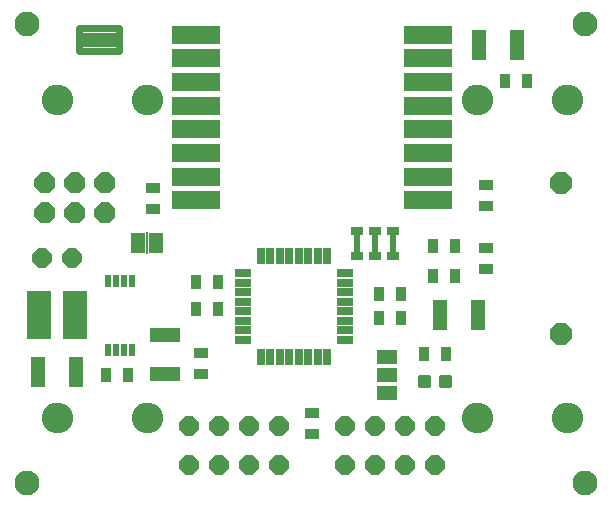
<source format=gts>
G75*
%MOIN*%
%OFA0B0*%
%FSLAX25Y25*%
%IPPOS*%
%LPD*%
%AMOC8*
5,1,8,0,0,1.08239X$1,22.5*
%
%ADD10C,0.08274*%
%ADD11R,0.16148X0.05912*%
%ADD12R,0.05124X0.10243*%
%ADD13R,0.10243X0.05124*%
%ADD14R,0.08274X0.16148*%
%ADD15R,0.01975X0.03943*%
%ADD16R,0.03550X0.05124*%
%ADD17R,0.05124X0.03550*%
%ADD18OC8,0.06400*%
%ADD19R,0.05000X0.06700*%
%ADD20R,0.00600X0.07200*%
%ADD21C,0.07000*%
%ADD22R,0.01975X0.06699*%
%ADD23R,0.03937X0.02756*%
%ADD24OC8,0.07000*%
%ADD25C,0.02462*%
%ADD26OC8,0.07400*%
%ADD27C,0.01301*%
%ADD28R,0.06700X0.05000*%
%ADD29R,0.05400X0.02600*%
%ADD30R,0.02600X0.05400*%
D10*
X0007800Y0007800D03*
X0007800Y0160800D03*
X0193800Y0160800D03*
X0193800Y0007800D03*
D11*
X0141580Y0102241D03*
X0141580Y0110115D03*
X0141580Y0117989D03*
X0141580Y0125863D03*
X0141580Y0133737D03*
X0141580Y0141611D03*
X0141580Y0149485D03*
X0141580Y0157359D03*
X0064020Y0157359D03*
X0064020Y0149485D03*
X0064020Y0141611D03*
X0064020Y0133737D03*
X0064020Y0125863D03*
X0064020Y0117989D03*
X0064020Y0110115D03*
X0064020Y0102241D03*
D12*
X0024296Y0044800D03*
X0011304Y0044800D03*
X0145304Y0063800D03*
X0158296Y0063800D03*
X0158304Y0153800D03*
X0171296Y0153800D03*
D13*
X0053800Y0057296D03*
X0053800Y0044304D03*
D14*
X0023706Y0063800D03*
X0011894Y0063800D03*
D15*
X0034961Y0052383D03*
X0037520Y0052383D03*
X0040080Y0052383D03*
X0042639Y0052383D03*
X0042639Y0075217D03*
X0040080Y0075217D03*
X0037520Y0075217D03*
X0034961Y0075217D03*
D16*
X0064257Y0074800D03*
X0071343Y0074800D03*
X0071343Y0065800D03*
X0064257Y0065800D03*
X0041343Y0043800D03*
X0034257Y0043800D03*
X0125257Y0062800D03*
X0132343Y0062800D03*
X0132343Y0070800D03*
X0125257Y0070800D03*
X0143257Y0076800D03*
X0150343Y0076800D03*
X0150343Y0086800D03*
X0143257Y0086800D03*
X0140257Y0050800D03*
X0147343Y0050800D03*
X0167257Y0141800D03*
X0174343Y0141800D03*
D17*
X0160800Y0107343D03*
X0160800Y0100257D03*
X0160800Y0086343D03*
X0160800Y0079257D03*
X0102800Y0031343D03*
X0102800Y0024257D03*
X0065800Y0044257D03*
X0065800Y0051343D03*
X0049800Y0099257D03*
X0049800Y0106343D03*
D18*
X0022800Y0082800D03*
X0012800Y0082800D03*
X0061800Y0026800D03*
X0071800Y0026800D03*
X0081800Y0026800D03*
X0091800Y0026800D03*
X0091800Y0013800D03*
X0081800Y0013800D03*
X0071800Y0013800D03*
X0061800Y0013800D03*
X0113800Y0013800D03*
X0123800Y0013800D03*
X0133800Y0013800D03*
X0143800Y0013800D03*
X0143800Y0026800D03*
X0133800Y0026800D03*
X0123800Y0026800D03*
X0113800Y0026800D03*
D19*
X0050800Y0087800D03*
X0044800Y0087800D03*
D20*
X0047800Y0087800D03*
D21*
X0046219Y0135800D02*
X0046221Y0135879D01*
X0046227Y0135959D01*
X0046237Y0136038D01*
X0046251Y0136116D01*
X0046269Y0136193D01*
X0046290Y0136270D01*
X0046316Y0136345D01*
X0046345Y0136419D01*
X0046378Y0136491D01*
X0046415Y0136562D01*
X0046455Y0136630D01*
X0046498Y0136697D01*
X0046545Y0136761D01*
X0046595Y0136823D01*
X0046648Y0136882D01*
X0046703Y0136939D01*
X0046762Y0136992D01*
X0046823Y0137043D01*
X0046887Y0137091D01*
X0046953Y0137135D01*
X0047021Y0137176D01*
X0047091Y0137213D01*
X0047163Y0137247D01*
X0047237Y0137277D01*
X0047311Y0137304D01*
X0047388Y0137326D01*
X0047465Y0137345D01*
X0047543Y0137360D01*
X0047622Y0137371D01*
X0047701Y0137378D01*
X0047780Y0137381D01*
X0047860Y0137380D01*
X0047939Y0137375D01*
X0048018Y0137366D01*
X0048096Y0137353D01*
X0048174Y0137336D01*
X0048251Y0137315D01*
X0048326Y0137291D01*
X0048400Y0137263D01*
X0048473Y0137231D01*
X0048544Y0137195D01*
X0048613Y0137156D01*
X0048680Y0137113D01*
X0048745Y0137067D01*
X0048808Y0137018D01*
X0048868Y0136966D01*
X0048925Y0136911D01*
X0048979Y0136853D01*
X0049031Y0136792D01*
X0049079Y0136729D01*
X0049124Y0136664D01*
X0049166Y0136596D01*
X0049204Y0136527D01*
X0049239Y0136455D01*
X0049270Y0136382D01*
X0049297Y0136307D01*
X0049321Y0136232D01*
X0049341Y0136155D01*
X0049357Y0136077D01*
X0049369Y0135998D01*
X0049377Y0135919D01*
X0049381Y0135840D01*
X0049381Y0135760D01*
X0049377Y0135681D01*
X0049369Y0135602D01*
X0049357Y0135523D01*
X0049341Y0135445D01*
X0049321Y0135368D01*
X0049297Y0135293D01*
X0049270Y0135218D01*
X0049239Y0135145D01*
X0049204Y0135073D01*
X0049166Y0135004D01*
X0049124Y0134936D01*
X0049079Y0134871D01*
X0049031Y0134808D01*
X0048979Y0134747D01*
X0048925Y0134689D01*
X0048868Y0134634D01*
X0048808Y0134582D01*
X0048745Y0134533D01*
X0048680Y0134487D01*
X0048613Y0134444D01*
X0048544Y0134405D01*
X0048473Y0134369D01*
X0048400Y0134337D01*
X0048326Y0134309D01*
X0048251Y0134285D01*
X0048174Y0134264D01*
X0048096Y0134247D01*
X0048018Y0134234D01*
X0047939Y0134225D01*
X0047860Y0134220D01*
X0047780Y0134219D01*
X0047701Y0134222D01*
X0047622Y0134229D01*
X0047543Y0134240D01*
X0047465Y0134255D01*
X0047388Y0134274D01*
X0047311Y0134296D01*
X0047237Y0134323D01*
X0047163Y0134353D01*
X0047091Y0134387D01*
X0047021Y0134424D01*
X0046953Y0134465D01*
X0046887Y0134509D01*
X0046823Y0134557D01*
X0046762Y0134608D01*
X0046703Y0134661D01*
X0046648Y0134718D01*
X0046595Y0134777D01*
X0046545Y0134839D01*
X0046498Y0134903D01*
X0046455Y0134970D01*
X0046415Y0135038D01*
X0046378Y0135109D01*
X0046345Y0135181D01*
X0046316Y0135255D01*
X0046290Y0135330D01*
X0046269Y0135407D01*
X0046251Y0135484D01*
X0046237Y0135562D01*
X0046227Y0135641D01*
X0046221Y0135721D01*
X0046219Y0135800D01*
X0016219Y0135800D02*
X0016221Y0135879D01*
X0016227Y0135959D01*
X0016237Y0136038D01*
X0016251Y0136116D01*
X0016269Y0136193D01*
X0016290Y0136270D01*
X0016316Y0136345D01*
X0016345Y0136419D01*
X0016378Y0136491D01*
X0016415Y0136562D01*
X0016455Y0136630D01*
X0016498Y0136697D01*
X0016545Y0136761D01*
X0016595Y0136823D01*
X0016648Y0136882D01*
X0016703Y0136939D01*
X0016762Y0136992D01*
X0016823Y0137043D01*
X0016887Y0137091D01*
X0016953Y0137135D01*
X0017021Y0137176D01*
X0017091Y0137213D01*
X0017163Y0137247D01*
X0017237Y0137277D01*
X0017311Y0137304D01*
X0017388Y0137326D01*
X0017465Y0137345D01*
X0017543Y0137360D01*
X0017622Y0137371D01*
X0017701Y0137378D01*
X0017780Y0137381D01*
X0017860Y0137380D01*
X0017939Y0137375D01*
X0018018Y0137366D01*
X0018096Y0137353D01*
X0018174Y0137336D01*
X0018251Y0137315D01*
X0018326Y0137291D01*
X0018400Y0137263D01*
X0018473Y0137231D01*
X0018544Y0137195D01*
X0018613Y0137156D01*
X0018680Y0137113D01*
X0018745Y0137067D01*
X0018808Y0137018D01*
X0018868Y0136966D01*
X0018925Y0136911D01*
X0018979Y0136853D01*
X0019031Y0136792D01*
X0019079Y0136729D01*
X0019124Y0136664D01*
X0019166Y0136596D01*
X0019204Y0136527D01*
X0019239Y0136455D01*
X0019270Y0136382D01*
X0019297Y0136307D01*
X0019321Y0136232D01*
X0019341Y0136155D01*
X0019357Y0136077D01*
X0019369Y0135998D01*
X0019377Y0135919D01*
X0019381Y0135840D01*
X0019381Y0135760D01*
X0019377Y0135681D01*
X0019369Y0135602D01*
X0019357Y0135523D01*
X0019341Y0135445D01*
X0019321Y0135368D01*
X0019297Y0135293D01*
X0019270Y0135218D01*
X0019239Y0135145D01*
X0019204Y0135073D01*
X0019166Y0135004D01*
X0019124Y0134936D01*
X0019079Y0134871D01*
X0019031Y0134808D01*
X0018979Y0134747D01*
X0018925Y0134689D01*
X0018868Y0134634D01*
X0018808Y0134582D01*
X0018745Y0134533D01*
X0018680Y0134487D01*
X0018613Y0134444D01*
X0018544Y0134405D01*
X0018473Y0134369D01*
X0018400Y0134337D01*
X0018326Y0134309D01*
X0018251Y0134285D01*
X0018174Y0134264D01*
X0018096Y0134247D01*
X0018018Y0134234D01*
X0017939Y0134225D01*
X0017860Y0134220D01*
X0017780Y0134219D01*
X0017701Y0134222D01*
X0017622Y0134229D01*
X0017543Y0134240D01*
X0017465Y0134255D01*
X0017388Y0134274D01*
X0017311Y0134296D01*
X0017237Y0134323D01*
X0017163Y0134353D01*
X0017091Y0134387D01*
X0017021Y0134424D01*
X0016953Y0134465D01*
X0016887Y0134509D01*
X0016823Y0134557D01*
X0016762Y0134608D01*
X0016703Y0134661D01*
X0016648Y0134718D01*
X0016595Y0134777D01*
X0016545Y0134839D01*
X0016498Y0134903D01*
X0016455Y0134970D01*
X0016415Y0135038D01*
X0016378Y0135109D01*
X0016345Y0135181D01*
X0016316Y0135255D01*
X0016290Y0135330D01*
X0016269Y0135407D01*
X0016251Y0135484D01*
X0016237Y0135562D01*
X0016227Y0135641D01*
X0016221Y0135721D01*
X0016219Y0135800D01*
X0016219Y0029800D02*
X0016221Y0029879D01*
X0016227Y0029959D01*
X0016237Y0030038D01*
X0016251Y0030116D01*
X0016269Y0030193D01*
X0016290Y0030270D01*
X0016316Y0030345D01*
X0016345Y0030419D01*
X0016378Y0030491D01*
X0016415Y0030562D01*
X0016455Y0030630D01*
X0016498Y0030697D01*
X0016545Y0030761D01*
X0016595Y0030823D01*
X0016648Y0030882D01*
X0016703Y0030939D01*
X0016762Y0030992D01*
X0016823Y0031043D01*
X0016887Y0031091D01*
X0016953Y0031135D01*
X0017021Y0031176D01*
X0017091Y0031213D01*
X0017163Y0031247D01*
X0017237Y0031277D01*
X0017311Y0031304D01*
X0017388Y0031326D01*
X0017465Y0031345D01*
X0017543Y0031360D01*
X0017622Y0031371D01*
X0017701Y0031378D01*
X0017780Y0031381D01*
X0017860Y0031380D01*
X0017939Y0031375D01*
X0018018Y0031366D01*
X0018096Y0031353D01*
X0018174Y0031336D01*
X0018251Y0031315D01*
X0018326Y0031291D01*
X0018400Y0031263D01*
X0018473Y0031231D01*
X0018544Y0031195D01*
X0018613Y0031156D01*
X0018680Y0031113D01*
X0018745Y0031067D01*
X0018808Y0031018D01*
X0018868Y0030966D01*
X0018925Y0030911D01*
X0018979Y0030853D01*
X0019031Y0030792D01*
X0019079Y0030729D01*
X0019124Y0030664D01*
X0019166Y0030596D01*
X0019204Y0030527D01*
X0019239Y0030455D01*
X0019270Y0030382D01*
X0019297Y0030307D01*
X0019321Y0030232D01*
X0019341Y0030155D01*
X0019357Y0030077D01*
X0019369Y0029998D01*
X0019377Y0029919D01*
X0019381Y0029840D01*
X0019381Y0029760D01*
X0019377Y0029681D01*
X0019369Y0029602D01*
X0019357Y0029523D01*
X0019341Y0029445D01*
X0019321Y0029368D01*
X0019297Y0029293D01*
X0019270Y0029218D01*
X0019239Y0029145D01*
X0019204Y0029073D01*
X0019166Y0029004D01*
X0019124Y0028936D01*
X0019079Y0028871D01*
X0019031Y0028808D01*
X0018979Y0028747D01*
X0018925Y0028689D01*
X0018868Y0028634D01*
X0018808Y0028582D01*
X0018745Y0028533D01*
X0018680Y0028487D01*
X0018613Y0028444D01*
X0018544Y0028405D01*
X0018473Y0028369D01*
X0018400Y0028337D01*
X0018326Y0028309D01*
X0018251Y0028285D01*
X0018174Y0028264D01*
X0018096Y0028247D01*
X0018018Y0028234D01*
X0017939Y0028225D01*
X0017860Y0028220D01*
X0017780Y0028219D01*
X0017701Y0028222D01*
X0017622Y0028229D01*
X0017543Y0028240D01*
X0017465Y0028255D01*
X0017388Y0028274D01*
X0017311Y0028296D01*
X0017237Y0028323D01*
X0017163Y0028353D01*
X0017091Y0028387D01*
X0017021Y0028424D01*
X0016953Y0028465D01*
X0016887Y0028509D01*
X0016823Y0028557D01*
X0016762Y0028608D01*
X0016703Y0028661D01*
X0016648Y0028718D01*
X0016595Y0028777D01*
X0016545Y0028839D01*
X0016498Y0028903D01*
X0016455Y0028970D01*
X0016415Y0029038D01*
X0016378Y0029109D01*
X0016345Y0029181D01*
X0016316Y0029255D01*
X0016290Y0029330D01*
X0016269Y0029407D01*
X0016251Y0029484D01*
X0016237Y0029562D01*
X0016227Y0029641D01*
X0016221Y0029721D01*
X0016219Y0029800D01*
X0046219Y0029800D02*
X0046221Y0029879D01*
X0046227Y0029959D01*
X0046237Y0030038D01*
X0046251Y0030116D01*
X0046269Y0030193D01*
X0046290Y0030270D01*
X0046316Y0030345D01*
X0046345Y0030419D01*
X0046378Y0030491D01*
X0046415Y0030562D01*
X0046455Y0030630D01*
X0046498Y0030697D01*
X0046545Y0030761D01*
X0046595Y0030823D01*
X0046648Y0030882D01*
X0046703Y0030939D01*
X0046762Y0030992D01*
X0046823Y0031043D01*
X0046887Y0031091D01*
X0046953Y0031135D01*
X0047021Y0031176D01*
X0047091Y0031213D01*
X0047163Y0031247D01*
X0047237Y0031277D01*
X0047311Y0031304D01*
X0047388Y0031326D01*
X0047465Y0031345D01*
X0047543Y0031360D01*
X0047622Y0031371D01*
X0047701Y0031378D01*
X0047780Y0031381D01*
X0047860Y0031380D01*
X0047939Y0031375D01*
X0048018Y0031366D01*
X0048096Y0031353D01*
X0048174Y0031336D01*
X0048251Y0031315D01*
X0048326Y0031291D01*
X0048400Y0031263D01*
X0048473Y0031231D01*
X0048544Y0031195D01*
X0048613Y0031156D01*
X0048680Y0031113D01*
X0048745Y0031067D01*
X0048808Y0031018D01*
X0048868Y0030966D01*
X0048925Y0030911D01*
X0048979Y0030853D01*
X0049031Y0030792D01*
X0049079Y0030729D01*
X0049124Y0030664D01*
X0049166Y0030596D01*
X0049204Y0030527D01*
X0049239Y0030455D01*
X0049270Y0030382D01*
X0049297Y0030307D01*
X0049321Y0030232D01*
X0049341Y0030155D01*
X0049357Y0030077D01*
X0049369Y0029998D01*
X0049377Y0029919D01*
X0049381Y0029840D01*
X0049381Y0029760D01*
X0049377Y0029681D01*
X0049369Y0029602D01*
X0049357Y0029523D01*
X0049341Y0029445D01*
X0049321Y0029368D01*
X0049297Y0029293D01*
X0049270Y0029218D01*
X0049239Y0029145D01*
X0049204Y0029073D01*
X0049166Y0029004D01*
X0049124Y0028936D01*
X0049079Y0028871D01*
X0049031Y0028808D01*
X0048979Y0028747D01*
X0048925Y0028689D01*
X0048868Y0028634D01*
X0048808Y0028582D01*
X0048745Y0028533D01*
X0048680Y0028487D01*
X0048613Y0028444D01*
X0048544Y0028405D01*
X0048473Y0028369D01*
X0048400Y0028337D01*
X0048326Y0028309D01*
X0048251Y0028285D01*
X0048174Y0028264D01*
X0048096Y0028247D01*
X0048018Y0028234D01*
X0047939Y0028225D01*
X0047860Y0028220D01*
X0047780Y0028219D01*
X0047701Y0028222D01*
X0047622Y0028229D01*
X0047543Y0028240D01*
X0047465Y0028255D01*
X0047388Y0028274D01*
X0047311Y0028296D01*
X0047237Y0028323D01*
X0047163Y0028353D01*
X0047091Y0028387D01*
X0047021Y0028424D01*
X0046953Y0028465D01*
X0046887Y0028509D01*
X0046823Y0028557D01*
X0046762Y0028608D01*
X0046703Y0028661D01*
X0046648Y0028718D01*
X0046595Y0028777D01*
X0046545Y0028839D01*
X0046498Y0028903D01*
X0046455Y0028970D01*
X0046415Y0029038D01*
X0046378Y0029109D01*
X0046345Y0029181D01*
X0046316Y0029255D01*
X0046290Y0029330D01*
X0046269Y0029407D01*
X0046251Y0029484D01*
X0046237Y0029562D01*
X0046227Y0029641D01*
X0046221Y0029721D01*
X0046219Y0029800D01*
X0156219Y0029800D02*
X0156221Y0029879D01*
X0156227Y0029959D01*
X0156237Y0030038D01*
X0156251Y0030116D01*
X0156269Y0030193D01*
X0156290Y0030270D01*
X0156316Y0030345D01*
X0156345Y0030419D01*
X0156378Y0030491D01*
X0156415Y0030562D01*
X0156455Y0030630D01*
X0156498Y0030697D01*
X0156545Y0030761D01*
X0156595Y0030823D01*
X0156648Y0030882D01*
X0156703Y0030939D01*
X0156762Y0030992D01*
X0156823Y0031043D01*
X0156887Y0031091D01*
X0156953Y0031135D01*
X0157021Y0031176D01*
X0157091Y0031213D01*
X0157163Y0031247D01*
X0157237Y0031277D01*
X0157311Y0031304D01*
X0157388Y0031326D01*
X0157465Y0031345D01*
X0157543Y0031360D01*
X0157622Y0031371D01*
X0157701Y0031378D01*
X0157780Y0031381D01*
X0157860Y0031380D01*
X0157939Y0031375D01*
X0158018Y0031366D01*
X0158096Y0031353D01*
X0158174Y0031336D01*
X0158251Y0031315D01*
X0158326Y0031291D01*
X0158400Y0031263D01*
X0158473Y0031231D01*
X0158544Y0031195D01*
X0158613Y0031156D01*
X0158680Y0031113D01*
X0158745Y0031067D01*
X0158808Y0031018D01*
X0158868Y0030966D01*
X0158925Y0030911D01*
X0158979Y0030853D01*
X0159031Y0030792D01*
X0159079Y0030729D01*
X0159124Y0030664D01*
X0159166Y0030596D01*
X0159204Y0030527D01*
X0159239Y0030455D01*
X0159270Y0030382D01*
X0159297Y0030307D01*
X0159321Y0030232D01*
X0159341Y0030155D01*
X0159357Y0030077D01*
X0159369Y0029998D01*
X0159377Y0029919D01*
X0159381Y0029840D01*
X0159381Y0029760D01*
X0159377Y0029681D01*
X0159369Y0029602D01*
X0159357Y0029523D01*
X0159341Y0029445D01*
X0159321Y0029368D01*
X0159297Y0029293D01*
X0159270Y0029218D01*
X0159239Y0029145D01*
X0159204Y0029073D01*
X0159166Y0029004D01*
X0159124Y0028936D01*
X0159079Y0028871D01*
X0159031Y0028808D01*
X0158979Y0028747D01*
X0158925Y0028689D01*
X0158868Y0028634D01*
X0158808Y0028582D01*
X0158745Y0028533D01*
X0158680Y0028487D01*
X0158613Y0028444D01*
X0158544Y0028405D01*
X0158473Y0028369D01*
X0158400Y0028337D01*
X0158326Y0028309D01*
X0158251Y0028285D01*
X0158174Y0028264D01*
X0158096Y0028247D01*
X0158018Y0028234D01*
X0157939Y0028225D01*
X0157860Y0028220D01*
X0157780Y0028219D01*
X0157701Y0028222D01*
X0157622Y0028229D01*
X0157543Y0028240D01*
X0157465Y0028255D01*
X0157388Y0028274D01*
X0157311Y0028296D01*
X0157237Y0028323D01*
X0157163Y0028353D01*
X0157091Y0028387D01*
X0157021Y0028424D01*
X0156953Y0028465D01*
X0156887Y0028509D01*
X0156823Y0028557D01*
X0156762Y0028608D01*
X0156703Y0028661D01*
X0156648Y0028718D01*
X0156595Y0028777D01*
X0156545Y0028839D01*
X0156498Y0028903D01*
X0156455Y0028970D01*
X0156415Y0029038D01*
X0156378Y0029109D01*
X0156345Y0029181D01*
X0156316Y0029255D01*
X0156290Y0029330D01*
X0156269Y0029407D01*
X0156251Y0029484D01*
X0156237Y0029562D01*
X0156227Y0029641D01*
X0156221Y0029721D01*
X0156219Y0029800D01*
X0186219Y0029800D02*
X0186221Y0029879D01*
X0186227Y0029959D01*
X0186237Y0030038D01*
X0186251Y0030116D01*
X0186269Y0030193D01*
X0186290Y0030270D01*
X0186316Y0030345D01*
X0186345Y0030419D01*
X0186378Y0030491D01*
X0186415Y0030562D01*
X0186455Y0030630D01*
X0186498Y0030697D01*
X0186545Y0030761D01*
X0186595Y0030823D01*
X0186648Y0030882D01*
X0186703Y0030939D01*
X0186762Y0030992D01*
X0186823Y0031043D01*
X0186887Y0031091D01*
X0186953Y0031135D01*
X0187021Y0031176D01*
X0187091Y0031213D01*
X0187163Y0031247D01*
X0187237Y0031277D01*
X0187311Y0031304D01*
X0187388Y0031326D01*
X0187465Y0031345D01*
X0187543Y0031360D01*
X0187622Y0031371D01*
X0187701Y0031378D01*
X0187780Y0031381D01*
X0187860Y0031380D01*
X0187939Y0031375D01*
X0188018Y0031366D01*
X0188096Y0031353D01*
X0188174Y0031336D01*
X0188251Y0031315D01*
X0188326Y0031291D01*
X0188400Y0031263D01*
X0188473Y0031231D01*
X0188544Y0031195D01*
X0188613Y0031156D01*
X0188680Y0031113D01*
X0188745Y0031067D01*
X0188808Y0031018D01*
X0188868Y0030966D01*
X0188925Y0030911D01*
X0188979Y0030853D01*
X0189031Y0030792D01*
X0189079Y0030729D01*
X0189124Y0030664D01*
X0189166Y0030596D01*
X0189204Y0030527D01*
X0189239Y0030455D01*
X0189270Y0030382D01*
X0189297Y0030307D01*
X0189321Y0030232D01*
X0189341Y0030155D01*
X0189357Y0030077D01*
X0189369Y0029998D01*
X0189377Y0029919D01*
X0189381Y0029840D01*
X0189381Y0029760D01*
X0189377Y0029681D01*
X0189369Y0029602D01*
X0189357Y0029523D01*
X0189341Y0029445D01*
X0189321Y0029368D01*
X0189297Y0029293D01*
X0189270Y0029218D01*
X0189239Y0029145D01*
X0189204Y0029073D01*
X0189166Y0029004D01*
X0189124Y0028936D01*
X0189079Y0028871D01*
X0189031Y0028808D01*
X0188979Y0028747D01*
X0188925Y0028689D01*
X0188868Y0028634D01*
X0188808Y0028582D01*
X0188745Y0028533D01*
X0188680Y0028487D01*
X0188613Y0028444D01*
X0188544Y0028405D01*
X0188473Y0028369D01*
X0188400Y0028337D01*
X0188326Y0028309D01*
X0188251Y0028285D01*
X0188174Y0028264D01*
X0188096Y0028247D01*
X0188018Y0028234D01*
X0187939Y0028225D01*
X0187860Y0028220D01*
X0187780Y0028219D01*
X0187701Y0028222D01*
X0187622Y0028229D01*
X0187543Y0028240D01*
X0187465Y0028255D01*
X0187388Y0028274D01*
X0187311Y0028296D01*
X0187237Y0028323D01*
X0187163Y0028353D01*
X0187091Y0028387D01*
X0187021Y0028424D01*
X0186953Y0028465D01*
X0186887Y0028509D01*
X0186823Y0028557D01*
X0186762Y0028608D01*
X0186703Y0028661D01*
X0186648Y0028718D01*
X0186595Y0028777D01*
X0186545Y0028839D01*
X0186498Y0028903D01*
X0186455Y0028970D01*
X0186415Y0029038D01*
X0186378Y0029109D01*
X0186345Y0029181D01*
X0186316Y0029255D01*
X0186290Y0029330D01*
X0186269Y0029407D01*
X0186251Y0029484D01*
X0186237Y0029562D01*
X0186227Y0029641D01*
X0186221Y0029721D01*
X0186219Y0029800D01*
X0186219Y0135800D02*
X0186221Y0135879D01*
X0186227Y0135959D01*
X0186237Y0136038D01*
X0186251Y0136116D01*
X0186269Y0136193D01*
X0186290Y0136270D01*
X0186316Y0136345D01*
X0186345Y0136419D01*
X0186378Y0136491D01*
X0186415Y0136562D01*
X0186455Y0136630D01*
X0186498Y0136697D01*
X0186545Y0136761D01*
X0186595Y0136823D01*
X0186648Y0136882D01*
X0186703Y0136939D01*
X0186762Y0136992D01*
X0186823Y0137043D01*
X0186887Y0137091D01*
X0186953Y0137135D01*
X0187021Y0137176D01*
X0187091Y0137213D01*
X0187163Y0137247D01*
X0187237Y0137277D01*
X0187311Y0137304D01*
X0187388Y0137326D01*
X0187465Y0137345D01*
X0187543Y0137360D01*
X0187622Y0137371D01*
X0187701Y0137378D01*
X0187780Y0137381D01*
X0187860Y0137380D01*
X0187939Y0137375D01*
X0188018Y0137366D01*
X0188096Y0137353D01*
X0188174Y0137336D01*
X0188251Y0137315D01*
X0188326Y0137291D01*
X0188400Y0137263D01*
X0188473Y0137231D01*
X0188544Y0137195D01*
X0188613Y0137156D01*
X0188680Y0137113D01*
X0188745Y0137067D01*
X0188808Y0137018D01*
X0188868Y0136966D01*
X0188925Y0136911D01*
X0188979Y0136853D01*
X0189031Y0136792D01*
X0189079Y0136729D01*
X0189124Y0136664D01*
X0189166Y0136596D01*
X0189204Y0136527D01*
X0189239Y0136455D01*
X0189270Y0136382D01*
X0189297Y0136307D01*
X0189321Y0136232D01*
X0189341Y0136155D01*
X0189357Y0136077D01*
X0189369Y0135998D01*
X0189377Y0135919D01*
X0189381Y0135840D01*
X0189381Y0135760D01*
X0189377Y0135681D01*
X0189369Y0135602D01*
X0189357Y0135523D01*
X0189341Y0135445D01*
X0189321Y0135368D01*
X0189297Y0135293D01*
X0189270Y0135218D01*
X0189239Y0135145D01*
X0189204Y0135073D01*
X0189166Y0135004D01*
X0189124Y0134936D01*
X0189079Y0134871D01*
X0189031Y0134808D01*
X0188979Y0134747D01*
X0188925Y0134689D01*
X0188868Y0134634D01*
X0188808Y0134582D01*
X0188745Y0134533D01*
X0188680Y0134487D01*
X0188613Y0134444D01*
X0188544Y0134405D01*
X0188473Y0134369D01*
X0188400Y0134337D01*
X0188326Y0134309D01*
X0188251Y0134285D01*
X0188174Y0134264D01*
X0188096Y0134247D01*
X0188018Y0134234D01*
X0187939Y0134225D01*
X0187860Y0134220D01*
X0187780Y0134219D01*
X0187701Y0134222D01*
X0187622Y0134229D01*
X0187543Y0134240D01*
X0187465Y0134255D01*
X0187388Y0134274D01*
X0187311Y0134296D01*
X0187237Y0134323D01*
X0187163Y0134353D01*
X0187091Y0134387D01*
X0187021Y0134424D01*
X0186953Y0134465D01*
X0186887Y0134509D01*
X0186823Y0134557D01*
X0186762Y0134608D01*
X0186703Y0134661D01*
X0186648Y0134718D01*
X0186595Y0134777D01*
X0186545Y0134839D01*
X0186498Y0134903D01*
X0186455Y0134970D01*
X0186415Y0135038D01*
X0186378Y0135109D01*
X0186345Y0135181D01*
X0186316Y0135255D01*
X0186290Y0135330D01*
X0186269Y0135407D01*
X0186251Y0135484D01*
X0186237Y0135562D01*
X0186227Y0135641D01*
X0186221Y0135721D01*
X0186219Y0135800D01*
X0156219Y0135800D02*
X0156221Y0135879D01*
X0156227Y0135959D01*
X0156237Y0136038D01*
X0156251Y0136116D01*
X0156269Y0136193D01*
X0156290Y0136270D01*
X0156316Y0136345D01*
X0156345Y0136419D01*
X0156378Y0136491D01*
X0156415Y0136562D01*
X0156455Y0136630D01*
X0156498Y0136697D01*
X0156545Y0136761D01*
X0156595Y0136823D01*
X0156648Y0136882D01*
X0156703Y0136939D01*
X0156762Y0136992D01*
X0156823Y0137043D01*
X0156887Y0137091D01*
X0156953Y0137135D01*
X0157021Y0137176D01*
X0157091Y0137213D01*
X0157163Y0137247D01*
X0157237Y0137277D01*
X0157311Y0137304D01*
X0157388Y0137326D01*
X0157465Y0137345D01*
X0157543Y0137360D01*
X0157622Y0137371D01*
X0157701Y0137378D01*
X0157780Y0137381D01*
X0157860Y0137380D01*
X0157939Y0137375D01*
X0158018Y0137366D01*
X0158096Y0137353D01*
X0158174Y0137336D01*
X0158251Y0137315D01*
X0158326Y0137291D01*
X0158400Y0137263D01*
X0158473Y0137231D01*
X0158544Y0137195D01*
X0158613Y0137156D01*
X0158680Y0137113D01*
X0158745Y0137067D01*
X0158808Y0137018D01*
X0158868Y0136966D01*
X0158925Y0136911D01*
X0158979Y0136853D01*
X0159031Y0136792D01*
X0159079Y0136729D01*
X0159124Y0136664D01*
X0159166Y0136596D01*
X0159204Y0136527D01*
X0159239Y0136455D01*
X0159270Y0136382D01*
X0159297Y0136307D01*
X0159321Y0136232D01*
X0159341Y0136155D01*
X0159357Y0136077D01*
X0159369Y0135998D01*
X0159377Y0135919D01*
X0159381Y0135840D01*
X0159381Y0135760D01*
X0159377Y0135681D01*
X0159369Y0135602D01*
X0159357Y0135523D01*
X0159341Y0135445D01*
X0159321Y0135368D01*
X0159297Y0135293D01*
X0159270Y0135218D01*
X0159239Y0135145D01*
X0159204Y0135073D01*
X0159166Y0135004D01*
X0159124Y0134936D01*
X0159079Y0134871D01*
X0159031Y0134808D01*
X0158979Y0134747D01*
X0158925Y0134689D01*
X0158868Y0134634D01*
X0158808Y0134582D01*
X0158745Y0134533D01*
X0158680Y0134487D01*
X0158613Y0134444D01*
X0158544Y0134405D01*
X0158473Y0134369D01*
X0158400Y0134337D01*
X0158326Y0134309D01*
X0158251Y0134285D01*
X0158174Y0134264D01*
X0158096Y0134247D01*
X0158018Y0134234D01*
X0157939Y0134225D01*
X0157860Y0134220D01*
X0157780Y0134219D01*
X0157701Y0134222D01*
X0157622Y0134229D01*
X0157543Y0134240D01*
X0157465Y0134255D01*
X0157388Y0134274D01*
X0157311Y0134296D01*
X0157237Y0134323D01*
X0157163Y0134353D01*
X0157091Y0134387D01*
X0157021Y0134424D01*
X0156953Y0134465D01*
X0156887Y0134509D01*
X0156823Y0134557D01*
X0156762Y0134608D01*
X0156703Y0134661D01*
X0156648Y0134718D01*
X0156595Y0134777D01*
X0156545Y0134839D01*
X0156498Y0134903D01*
X0156455Y0134970D01*
X0156415Y0135038D01*
X0156378Y0135109D01*
X0156345Y0135181D01*
X0156316Y0135255D01*
X0156290Y0135330D01*
X0156269Y0135407D01*
X0156251Y0135484D01*
X0156237Y0135562D01*
X0156227Y0135641D01*
X0156221Y0135721D01*
X0156219Y0135800D01*
D22*
X0129706Y0087800D03*
X0123800Y0087800D03*
X0117894Y0087800D03*
D23*
X0117894Y0091934D03*
X0123800Y0091934D03*
X0129706Y0091934D03*
X0129706Y0083666D03*
X0123800Y0083666D03*
X0117894Y0083666D03*
D24*
X0033800Y0097800D03*
X0033800Y0107800D03*
X0023800Y0107800D03*
X0023800Y0097800D03*
X0013800Y0097800D03*
X0013800Y0107800D03*
D25*
X0025154Y0152107D02*
X0038446Y0152107D01*
X0025154Y0152107D02*
X0025154Y0159493D01*
X0038446Y0159493D01*
X0038446Y0152107D01*
X0038446Y0154568D02*
X0025154Y0154568D01*
X0025154Y0157029D02*
X0038446Y0157029D01*
X0038446Y0159490D02*
X0025154Y0159490D01*
D26*
X0185800Y0107997D03*
X0185800Y0057603D03*
D27*
X0145735Y0043318D02*
X0145735Y0040282D01*
X0145735Y0043318D02*
X0148771Y0043318D01*
X0148771Y0040282D01*
X0145735Y0040282D01*
X0145735Y0041582D02*
X0148771Y0041582D01*
X0148771Y0042882D02*
X0145735Y0042882D01*
X0138829Y0043318D02*
X0138829Y0040282D01*
X0138829Y0043318D02*
X0141865Y0043318D01*
X0141865Y0040282D01*
X0138829Y0040282D01*
X0138829Y0041582D02*
X0141865Y0041582D01*
X0141865Y0042882D02*
X0138829Y0042882D01*
D28*
X0127800Y0043800D03*
X0127800Y0037800D03*
X0127800Y0049800D03*
D29*
X0113700Y0055776D03*
X0113700Y0058926D03*
X0113700Y0062076D03*
X0113700Y0065225D03*
X0113700Y0068375D03*
X0113700Y0071524D03*
X0113700Y0074674D03*
X0113700Y0077824D03*
X0079900Y0077824D03*
X0079900Y0074674D03*
X0079900Y0071524D03*
X0079900Y0068375D03*
X0079900Y0065225D03*
X0079900Y0062076D03*
X0079900Y0058926D03*
X0079900Y0055776D03*
D30*
X0085776Y0049900D03*
X0088926Y0049900D03*
X0092076Y0049900D03*
X0095225Y0049900D03*
X0098375Y0049900D03*
X0101524Y0049900D03*
X0104674Y0049900D03*
X0107824Y0049900D03*
X0107824Y0083700D03*
X0104674Y0083700D03*
X0101524Y0083700D03*
X0098375Y0083700D03*
X0095225Y0083700D03*
X0092076Y0083700D03*
X0088926Y0083700D03*
X0085776Y0083700D03*
M02*

</source>
